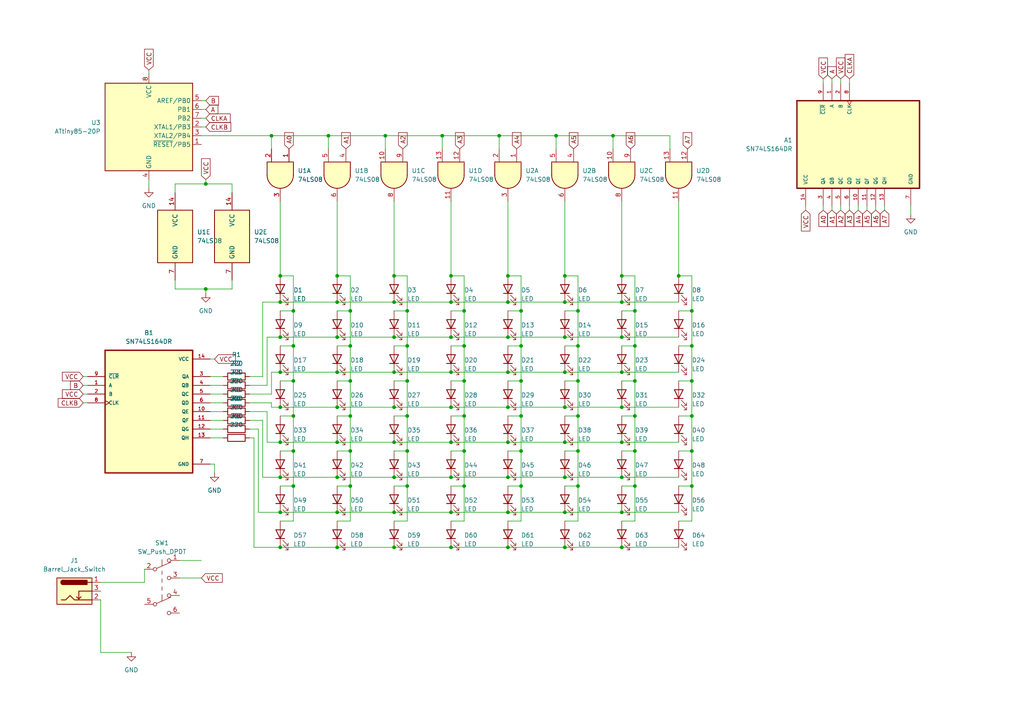
<source format=kicad_sch>
(kicad_sch (version 20230121) (generator eeschema)
  (paper "A4")
  (lib_symbols
    (symbol "74xx:74LS08" (pin_names (offset 1.016))
      (property "Reference" "U" (at 0 1.27 0))
      (property "Value" "74LS08" (at 0 -1.27 0))
      (symbol "74LS08_1_1"
        (pin input line (at -7.62 2.54 0) (length 3.81) (name "~") (number "1"))
        (pin input line (at -7.62 -2.54 0) (length 3.81) (name "~") (number "2"))
        (pin output line (at 7.62 0 180) (length 3.81) (name "~") (number "3"))
      )
      (symbol "74LS08_1_2"
        (pin input inverted (at -7.62 2.54 0) (length 4.318) (name "~") (number "1"))
        (pin input inverted (at -7.62 -2.54 0) (length 4.318) (name "~") (number "2"))
        (pin output inverted (at 7.62 0 180) (length 3.81) (name "~") (number "3"))
      )
      (symbol "74LS08_2_1"
        (pin input line (at -7.62 2.54 0) (length 3.81) (name "~") (number "4"))
        (pin input line (at -7.62 -2.54 0) (length 3.81) (name "~") (number "5"))
        (pin output line (at 7.62 0 180) (length 3.81) (name "~") (number "6"))
      )
      (symbol "74LS08_2_2"
        (pin input inverted (at -7.62 2.54 0) (length 4.318) (name "~") (number "4"))
        (pin input inverted (at -7.62 -2.54 0) (length 4.318) (name "~") (number "5"))
        (pin output inverted (at 7.62 0 180) (length 3.81) (name "~") (number "6"))
      )
      (symbol "74LS08_3_1"
        (pin input line (at -7.62 -2.54 0) (length 3.81) (name "~") (number "10"))
        (pin output line (at 7.62 0 180) (length 3.81) (name "~") (number "8"))
        (pin input line (at -7.62 2.54 0) (length 3.81) (name "~") (number "9"))
      )
      (symbol "74LS08_3_2"
        (pin input inverted (at -7.62 -2.54 0) (length 4.318) (name "~") (number "10"))
        (pin output inverted (at 7.62 0 180) (length 3.81) (name "~") (number "8"))
        (pin input inverted (at -7.62 2.54 0) (length 4.318) (name "~") (number "9"))
      )
      (symbol "74LS08_4_1"
        (pin output line (at 7.62 0 180) (length 3.81) (name "~") (number "11"))
        (pin input line (at -7.62 2.54 0) (length 3.81) (name "~") (number "12"))
        (pin input line (at -7.62 -2.54 0) (length 3.81) (name "~") (number "13"))
      )
      (symbol "74LS08_4_2"
        (pin output inverted (at 7.62 0 180) (length 3.81) (name "~") (number "11"))
        (pin input inverted (at -7.62 2.54 0) (length 4.318) (name "~") (number "12"))
        (pin input inverted (at -7.62 -2.54 0) (length 4.318) (name "~") (number "13"))
      )
      (symbol "74LS08_5_0"
        (pin power_in line (at 0 12.7 270) (length 5.08) (name "VCC") (number "14"))
        (pin power_in line (at 0 -12.7 90) (length 5.08) (name "GND") (number "7"))
      )
    )
    (symbol "Connector:Barrel_Jack_Switch" (pin_names hide)
      (property "Reference" "J" (at 0 5.334 0))
      (property "Value" "Barrel_Jack_Switch" (at 0 -5.08 0))
      (symbol "Barrel_Jack_Switch_1_1"
        (pin passive line (at 7.62 2.54 180) (length 2.54) (name "~") (number "1"))
        (pin passive line (at 7.62 -2.54 180) (length 2.54) (name "~") (number "2"))
        (pin passive line (at 7.62 0 180) (length 2.54) (name "~") (number "3"))
      )
    )
    (symbol "Device:LED" (pin_numbers hide) (pin_names (offset 1.016) hide)
      (property "Reference" "D" (at 0 2.54 0))
      (property "Value" "LED" (at 0 -2.54 0))
      (symbol "LED_1_1"
        (pin passive line (at -3.81 0 0) (length 2.54) (name "K") (number "1"))
        (pin passive line (at 3.81 0 180) (length 2.54) (name "A") (number "2"))
      )
    )
    (symbol "Device:R" (pin_numbers hide) (pin_names (offset 0))
      (property "Reference" "R" (at 2.032 0 90))
      (property "Value" "R" (at 0 0 90))
      (symbol "R_1_1"
        (pin passive line (at 0 3.81 270) (length 1.27) (name "~") (number "1"))
        (pin passive line (at 0 -3.81 90) (length 1.27) (name "~") (number "2"))
      )
    )
    (symbol "MCU_Microchip_ATtiny:ATtiny85-20P"
      (property "Reference" "U" (at -12.7 13.97 0))
      (property "Value" "ATtiny85-20P" (at 2.54 -13.97 0))
      (symbol "ATtiny85-20P_1_1"
        (pin bidirectional line (at 15.24 -5.08 180) (length 2.54) (name "~{RESET}/PB5") (number "1"))
        (pin bidirectional line (at 15.24 0 180) (length 2.54) (name "XTAL1/PB3") (number "2"))
        (pin bidirectional line (at 15.24 -2.54 180) (length 2.54) (name "XTAL2/PB4") (number "3"))
        (pin power_in line (at 0 -15.24 90) (length 2.54) (name "GND") (number "4"))
        (pin bidirectional line (at 15.24 7.62 180) (length 2.54) (name "AREF/PB0") (number "5"))
        (pin bidirectional line (at 15.24 5.08 180) (length 2.54) (name "PB1") (number "6"))
        (pin bidirectional line (at 15.24 2.54 180) (length 2.54) (name "PB2") (number "7"))
        (pin power_in line (at 0 15.24 270) (length 2.54) (name "VCC") (number "8"))
      )
    )
    (symbol "SN74LS164DR:SN74LS164DR" (pin_names (offset 1.016))
      (property "Reference" "U" (at -12.7 18.78 0))
      (property "Value" "SN74LS164DR" (at -12.7 -21.78 0))
      (symbol "SN74LS164DR_0_0"
        (pin input line (at -17.78 7.62 0) (length 5.08) (name "A") (number "1"))
        (pin output line (at 17.78 0 180) (length 5.08) (name "QE") (number "10"))
        (pin output line (at 17.78 -2.54 180) (length 5.08) (name "QF") (number "11"))
        (pin output line (at 17.78 -5.08 180) (length 5.08) (name "QG") (number "12"))
        (pin output line (at 17.78 -7.62 180) (length 5.08) (name "QH") (number "13"))
        (pin power_in line (at 17.78 15.24 180) (length 5.08) (name "VCC") (number "14"))
        (pin input line (at -17.78 5.08 0) (length 5.08) (name "B") (number "2"))
        (pin output line (at 17.78 10.16 180) (length 5.08) (name "QA") (number "3"))
        (pin output line (at 17.78 7.62 180) (length 5.08) (name "QB") (number "4"))
        (pin output line (at 17.78 5.08 180) (length 5.08) (name "QC") (number "5"))
        (pin output line (at 17.78 2.54 180) (length 5.08) (name "QD") (number "6"))
        (pin power_in line (at 17.78 -15.24 180) (length 5.08) (name "GND") (number "7"))
        (pin input clock (at -17.78 2.54 0) (length 5.08) (name "CLK") (number "8"))
        (pin input line (at -17.78 10.16 0) (length 5.08) (name "~{CLR}") (number "9"))
      )
    )
    (symbol "Switch:SW_Push_DPDT" (pin_names (offset 0) hide)
      (property "Reference" "SW" (at 0 8.89 0))
      (property "Value" "SW_Push_DPDT" (at 0 -10.16 0))
      (symbol "SW_Push_DPDT_1_1"
        (pin passive line (at 5.08 7.62 180) (length 2.54) (name "A") (number "1"))
        (pin passive line (at -5.08 5.08 0) (length 2.54) (name "B") (number "2"))
        (pin passive line (at 5.08 2.54 180) (length 2.54) (name "C") (number "3"))
        (pin passive line (at 5.08 -2.54 180) (length 2.54) (name "A") (number "4"))
        (pin passive line (at -5.08 -5.08 0) (length 2.54) (name "B") (number "5"))
        (pin passive line (at 5.08 -7.62 180) (length 2.54) (name "C") (number "6"))
      )
    )
    (symbol "power:GND" (power) (pin_names (offset 0))
      (property "Value" "GND" (at 0 -3.81 0))
      (symbol "GND_1_1"
        (pin power_in line (at 0 0 270) (length 0) hide (name "GND") (number "1"))
      )
    )
  )
  (junction (at 130.81 107.95))
  (junction (at 130.81 148.59))
  (junction (at 97.79 138.43))
  (junction (at 163.83 80.01))
  (junction (at 167.64 130.81))
  (junction (at 59.69 53.34))
  (junction (at 151.13 90.17))
  (junction (at 114.3 107.95))
  (junction (at 85.09 130.81))
  (junction (at 180.34 107.95))
  (junction (at 151.13 140.97))
  (junction (at 180.34 148.59))
  (junction (at 118.11 90.17))
  (junction (at 118.11 110.49))
  (junction (at 180.34 97.79))
  (junction (at 81.28 128.27))
  (junction (at 147.32 80.01))
  (junction (at 200.66 120.65))
  (junction (at 163.83 158.75))
  (junction (at 85.09 100.33))
  (junction (at 184.15 140.97))
  (junction (at 147.32 87.63))
  (junction (at 101.6 110.49))
  (junction (at 147.32 118.11))
  (junction (at 81.28 107.95))
  (junction (at 114.3 148.59))
  (junction (at 163.83 107.95))
  (junction (at 151.13 110.49))
  (junction (at 97.79 128.27))
  (junction (at 180.34 118.11))
  (junction (at 134.62 120.65))
  (junction (at 97.79 158.75))
  (junction (at 59.69 83.82))
  (junction (at 134.62 110.49))
  (junction (at 97.79 148.59))
  (junction (at 184.15 130.81))
  (junction (at 151.13 120.65))
  (junction (at 130.81 118.11))
  (junction (at 144.78 39.37))
  (junction (at 81.28 138.43))
  (junction (at 114.3 97.79))
  (junction (at 97.79 80.01))
  (junction (at 114.3 138.43))
  (junction (at 147.32 128.27))
  (junction (at 81.28 118.11))
  (junction (at 147.32 97.79))
  (junction (at 78.74 39.37))
  (junction (at 130.81 158.75))
  (junction (at 101.6 100.33))
  (junction (at 118.11 130.81))
  (junction (at 101.6 140.97))
  (junction (at 130.81 138.43))
  (junction (at 101.6 130.81))
  (junction (at 85.09 120.65))
  (junction (at 200.66 90.17))
  (junction (at 167.64 100.33))
  (junction (at 134.62 100.33))
  (junction (at 118.11 140.97))
  (junction (at 200.66 140.97))
  (junction (at 184.15 120.65))
  (junction (at 163.83 87.63))
  (junction (at 147.32 158.75))
  (junction (at 200.66 110.49))
  (junction (at 177.8 39.37))
  (junction (at 167.64 90.17))
  (junction (at 134.62 140.97))
  (junction (at 81.28 97.79))
  (junction (at 200.66 100.33))
  (junction (at 147.32 107.95))
  (junction (at 167.64 110.49))
  (junction (at 81.28 87.63))
  (junction (at 163.83 128.27))
  (junction (at 128.27 39.37))
  (junction (at 114.3 87.63))
  (junction (at 130.81 128.27))
  (junction (at 196.85 80.01))
  (junction (at 85.09 140.97))
  (junction (at 163.83 118.11))
  (junction (at 130.81 87.63))
  (junction (at 151.13 130.81))
  (junction (at 134.62 130.81))
  (junction (at 167.64 120.65))
  (junction (at 200.66 130.81))
  (junction (at 81.28 158.75))
  (junction (at 114.3 80.01))
  (junction (at 151.13 100.33))
  (junction (at 184.15 100.33))
  (junction (at 85.09 90.17))
  (junction (at 97.79 97.79))
  (junction (at 180.34 80.01))
  (junction (at 180.34 158.75))
  (junction (at 95.25 39.37))
  (junction (at 163.83 148.59))
  (junction (at 180.34 138.43))
  (junction (at 118.11 120.65))
  (junction (at 184.15 110.49))
  (junction (at 114.3 118.11))
  (junction (at 97.79 107.95))
  (junction (at 180.34 128.27))
  (junction (at 101.6 120.65))
  (junction (at 118.11 100.33))
  (junction (at 180.34 87.63))
  (junction (at 114.3 158.75))
  (junction (at 97.79 118.11))
  (junction (at 163.83 138.43))
  (junction (at 81.28 148.59))
  (junction (at 85.09 110.49))
  (junction (at 184.15 90.17))
  (junction (at 130.81 80.01))
  (junction (at 134.62 90.17))
  (junction (at 147.32 138.43))
  (junction (at 167.64 140.97))
  (junction (at 97.79 87.63))
  (junction (at 163.83 97.79))
  (junction (at 101.6 90.17))
  (junction (at 111.76 39.37))
  (junction (at 147.32 148.59))
  (junction (at 81.28 80.01))
  (junction (at 130.81 97.79))
  (junction (at 161.29 39.37))
  (junction (at 114.3 128.27))
  (wire (pts (xy 52.07 162.56) (xy 58.42 162.56)))
  (wire (pts (xy 180.34 148.59) (xy 196.85 148.59)))
  (wire (pts (xy 130.81 120.65) (xy 134.62 120.65)))
  (wire (pts (xy 180.34 107.95) (xy 196.85 107.95)))
  (wire (pts (xy 264.16 59.69) (xy 264.16 62.23)))
  (wire (pts (xy 130.81 107.95) (xy 147.32 107.95)))
  (wire (pts (xy 130.81 110.49) (xy 134.62 110.49)))
  (wire (pts (xy 147.32 151.13) (xy 151.13 151.13)))
  (wire (pts (xy 85.09 130.81) (xy 85.09 120.65)))
  (wire (pts (xy 163.83 138.43) (xy 180.34 138.43)))
  (wire (pts (xy 130.81 140.97) (xy 134.62 140.97)))
  (wire (pts (xy 130.81 158.75) (xy 147.32 158.75)))
  (wire (pts (xy 196.85 120.65) (xy 200.66 120.65)))
  (wire (pts (xy 180.34 151.13) (xy 184.15 151.13)))
  (wire (pts (xy 130.81 138.43) (xy 147.32 138.43)))
  (wire (pts (xy 163.83 100.33) (xy 167.64 100.33)))
  (wire (pts (xy 151.13 140.97) (xy 151.13 130.81)))
  (wire (pts (xy 251.46 59.69) (xy 251.46 60.96)))
  (wire (pts (xy 134.62 130.81) (xy 134.62 120.65)))
  (wire (pts (xy 184.15 110.49) (xy 184.15 100.33)))
  (wire (pts (xy 67.31 53.34) (xy 67.31 55.88)))
  (wire (pts (xy 196.85 58.42) (xy 196.85 80.01)))
  (wire (pts (xy 60.96 111.76) (xy 64.77 111.76)))
  (wire (pts (xy 78.74 114.3) (xy 78.74 107.95)))
  (wire (pts (xy 97.79 110.49) (xy 101.6 110.49)))
  (wire (pts (xy 114.3 90.17) (xy 118.11 90.17)))
  (wire (pts (xy 196.85 140.97) (xy 200.66 140.97)))
  (wire (pts (xy 248.92 59.69) (xy 248.92 60.96)))
  (wire (pts (xy 184.15 120.65) (xy 184.15 110.49)))
  (wire (pts (xy 130.81 87.63) (xy 147.32 87.63)))
  (wire (pts (xy 97.79 87.63) (xy 114.3 87.63)))
  (wire (pts (xy 147.32 128.27) (xy 163.83 128.27)))
  (wire (pts (xy 67.31 83.82) (xy 67.31 81.28)))
  (wire (pts (xy 81.28 118.11) (xy 97.79 118.11)))
  (wire (pts (xy 97.79 90.17) (xy 101.6 90.17)))
  (wire (pts (xy 97.79 148.59) (xy 114.3 148.59)))
  (wire (pts (xy 97.79 97.79) (xy 114.3 97.79)))
  (wire (pts (xy 147.32 158.75) (xy 163.83 158.75)))
  (wire (pts (xy 180.34 97.79) (xy 196.85 97.79)))
  (wire (pts (xy 147.32 58.42) (xy 147.32 80.01)))
  (wire (pts (xy 134.62 100.33) (xy 134.62 90.17)))
  (wire (pts (xy 78.74 107.95) (xy 81.28 107.95)))
  (wire (pts (xy 114.3 118.11) (xy 130.81 118.11)))
  (wire (pts (xy 167.64 100.33) (xy 167.64 90.17)))
  (wire (pts (xy 76.2 87.63) (xy 81.28 87.63)))
  (wire (pts (xy 72.39 124.46) (xy 74.93 124.46)))
  (wire (pts (xy 50.8 83.82) (xy 59.69 83.82)))
  (wire (pts (xy 134.62 90.17) (xy 134.62 80.01)))
  (wire (pts (xy 180.34 87.63) (xy 196.85 87.63)))
  (wire (pts (xy 118.11 151.13) (xy 118.11 140.97)))
  (wire (pts (xy 200.66 100.33) (xy 200.66 90.17)))
  (wire (pts (xy 130.81 97.79) (xy 147.32 97.79)))
  (wire (pts (xy 58.42 29.21) (xy 59.69 29.21)))
  (wire (pts (xy 200.66 130.81) (xy 200.66 120.65)))
  (wire (pts (xy 114.3 151.13) (xy 118.11 151.13)))
  (wire (pts (xy 167.64 80.01) (xy 163.83 80.01)))
  (wire (pts (xy 163.83 107.95) (xy 180.34 107.95)))
  (wire (pts (xy 147.32 90.17) (xy 151.13 90.17)))
  (wire (pts (xy 114.3 100.33) (xy 118.11 100.33)))
  (wire (pts (xy 167.64 151.13) (xy 167.64 140.97)))
  (wire (pts (xy 72.39 114.3) (xy 78.74 114.3)))
  (wire (pts (xy 24.13 114.3) (xy 25.4 114.3)))
  (wire (pts (xy 72.39 116.84) (xy 78.74 116.84)))
  (wire (pts (xy 118.11 100.33) (xy 118.11 90.17)))
  (wire (pts (xy 167.64 140.97) (xy 167.64 130.81)))
  (wire (pts (xy 196.85 100.33) (xy 200.66 100.33)))
  (wire (pts (xy 196.85 130.81) (xy 200.66 130.81)))
  (wire (pts (xy 59.69 53.34) (xy 67.31 53.34)))
  (wire (pts (xy 81.28 140.97) (xy 85.09 140.97)))
  (wire (pts (xy 101.6 140.97) (xy 101.6 151.13)))
  (wire (pts (xy 200.66 80.01) (xy 196.85 80.01)))
  (wire (pts (xy 144.78 39.37) (xy 161.29 39.37)))
  (wire (pts (xy 85.09 80.01) (xy 81.28 80.01)))
  (wire (pts (xy 58.42 31.75) (xy 59.69 31.75)))
  (wire (pts (xy 163.83 158.75) (xy 180.34 158.75)))
  (wire (pts (xy 85.09 90.17) (xy 85.09 80.01)))
  (wire (pts (xy 29.21 168.91) (xy 41.91 168.91)))
  (wire (pts (xy 180.34 158.75) (xy 196.85 158.75)))
  (wire (pts (xy 184.15 140.97) (xy 184.15 130.81)))
  (wire (pts (xy 60.96 119.38) (xy 64.77 119.38)))
  (wire (pts (xy 77.47 119.38) (xy 77.47 128.27)))
  (wire (pts (xy 184.15 130.81) (xy 184.15 120.65)))
  (wire (pts (xy 200.66 90.17) (xy 200.66 80.01)))
  (wire (pts (xy 147.32 87.63) (xy 163.83 87.63)))
  (wire (pts (xy 81.28 58.42) (xy 81.28 80.01)))
  (wire (pts (xy 97.79 118.11) (xy 114.3 118.11)))
  (wire (pts (xy 180.34 90.17) (xy 184.15 90.17)))
  (wire (pts (xy 118.11 140.97) (xy 118.11 130.81)))
  (wire (pts (xy 58.42 34.29) (xy 59.69 34.29)))
  (wire (pts (xy 163.83 128.27) (xy 180.34 128.27)))
  (wire (pts (xy 200.66 140.97) (xy 200.66 130.81)))
  (wire (pts (xy 72.39 119.38) (xy 77.47 119.38)))
  (wire (pts (xy 163.83 110.49) (xy 167.64 110.49)))
  (wire (pts (xy 161.29 39.37) (xy 177.8 39.37)))
  (wire (pts (xy 163.83 148.59) (xy 180.34 148.59)))
  (wire (pts (xy 114.3 128.27) (xy 130.81 128.27)))
  (wire (pts (xy 101.6 130.81) (xy 101.6 140.97)))
  (wire (pts (xy 52.07 167.64) (xy 58.42 167.64)))
  (wire (pts (xy 177.8 39.37) (xy 177.8 43.18)))
  (wire (pts (xy 147.32 120.65) (xy 151.13 120.65)))
  (wire (pts (xy 180.34 130.81) (xy 184.15 130.81)))
  (wire (pts (xy 200.66 120.65) (xy 200.66 110.49)))
  (wire (pts (xy 147.32 130.81) (xy 151.13 130.81)))
  (wire (pts (xy 29.21 173.99) (xy 29.21 189.23)))
  (wire (pts (xy 167.64 110.49) (xy 167.64 100.33)))
  (wire (pts (xy 128.27 39.37) (xy 128.27 43.18)))
  (wire (pts (xy 163.83 120.65) (xy 167.64 120.65)))
  (wire (pts (xy 95.25 39.37) (xy 95.25 43.18)))
  (wire (pts (xy 180.34 118.11) (xy 196.85 118.11)))
  (wire (pts (xy 238.76 59.69) (xy 238.76 60.96)))
  (wire (pts (xy 111.76 39.37) (xy 111.76 43.18)))
  (wire (pts (xy 81.28 100.33) (xy 85.09 100.33)))
  (wire (pts (xy 196.85 90.17) (xy 200.66 90.17)))
  (wire (pts (xy 50.8 55.88) (xy 50.8 53.34)))
  (wire (pts (xy 73.66 127) (xy 73.66 158.75)))
  (wire (pts (xy 81.28 97.79) (xy 97.79 97.79)))
  (wire (pts (xy 60.96 124.46) (xy 64.77 124.46)))
  (wire (pts (xy 62.23 134.62) (xy 62.23 137.16)))
  (wire (pts (xy 118.11 120.65) (xy 118.11 110.49)))
  (wire (pts (xy 130.81 100.33) (xy 134.62 100.33)))
  (wire (pts (xy 151.13 90.17) (xy 151.13 80.01)))
  (wire (pts (xy 50.8 81.28) (xy 50.8 83.82)))
  (wire (pts (xy 85.09 110.49) (xy 85.09 100.33)))
  (wire (pts (xy 78.74 39.37) (xy 78.74 43.18)))
  (wire (pts (xy 256.54 59.69) (xy 256.54 60.96)))
  (wire (pts (xy 184.15 80.01) (xy 180.34 80.01)))
  (wire (pts (xy 151.13 120.65) (xy 151.13 110.49)))
  (wire (pts (xy 81.28 87.63) (xy 97.79 87.63)))
  (wire (pts (xy 81.28 158.75) (xy 97.79 158.75)))
  (wire (pts (xy 118.11 90.17) (xy 118.11 80.01)))
  (wire (pts (xy 180.34 110.49) (xy 184.15 110.49)))
  (wire (pts (xy 60.96 116.84) (xy 64.77 116.84)))
  (wire (pts (xy 97.79 128.27) (xy 114.3 128.27)))
  (wire (pts (xy 114.3 130.81) (xy 118.11 130.81)))
  (wire (pts (xy 134.62 140.97) (xy 134.62 130.81)))
  (wire (pts (xy 134.62 120.65) (xy 134.62 110.49)))
  (wire (pts (xy 41.91 168.91) (xy 41.91 165.1)))
  (wire (pts (xy 130.81 130.81) (xy 134.62 130.81)))
  (wire (pts (xy 72.39 121.92) (xy 76.2 121.92)))
  (wire (pts (xy 114.3 97.79) (xy 130.81 97.79)))
  (wire (pts (xy 50.8 53.34) (xy 59.69 53.34)))
  (wire (pts (xy 163.83 118.11) (xy 180.34 118.11)))
  (wire (pts (xy 180.34 138.43) (xy 196.85 138.43)))
  (wire (pts (xy 163.83 97.79) (xy 180.34 97.79)))
  (wire (pts (xy 78.74 116.84) (xy 78.74 118.11)))
  (wire (pts (xy 85.09 151.13) (xy 85.09 140.97)))
  (wire (pts (xy 81.28 130.81) (xy 85.09 130.81)))
  (wire (pts (xy 241.3 22.86) (xy 241.3 24.13)))
  (wire (pts (xy 43.18 52.07) (xy 43.18 54.61)))
  (wire (pts (xy 72.39 127) (xy 73.66 127)))
  (wire (pts (xy 81.28 107.95) (xy 97.79 107.95)))
  (wire (pts (xy 101.6 120.65) (xy 101.6 110.49)))
  (wire (pts (xy 85.09 120.65) (xy 85.09 110.49)))
  (wire (pts (xy 97.79 151.13) (xy 101.6 151.13)))
  (wire (pts (xy 59.69 83.82) (xy 67.31 83.82)))
  (wire (pts (xy 60.96 127) (xy 64.77 127)))
  (wire (pts (xy 101.6 90.17) (xy 101.6 80.01)))
  (wire (pts (xy 97.79 100.33) (xy 101.6 100.33)))
  (wire (pts (xy 167.64 130.81) (xy 167.64 120.65)))
  (wire (pts (xy 59.69 83.82) (xy 59.69 85.09)))
  (wire (pts (xy 180.34 128.27) (xy 196.85 128.27)))
  (wire (pts (xy 85.09 140.97) (xy 85.09 130.81)))
  (wire (pts (xy 81.28 120.65) (xy 85.09 120.65)))
  (wire (pts (xy 24.13 116.84) (xy 25.4 116.84)))
  (wire (pts (xy 167.64 120.65) (xy 167.64 110.49)))
  (wire (pts (xy 246.38 59.69) (xy 246.38 60.96)))
  (wire (pts (xy 111.76 39.37) (xy 128.27 39.37)))
  (wire (pts (xy 77.47 111.76) (xy 77.47 97.79)))
  (wire (pts (xy 81.28 128.27) (xy 97.79 128.27)))
  (wire (pts (xy 76.2 121.92) (xy 76.2 138.43)))
  (wire (pts (xy 58.42 39.37) (xy 78.74 39.37)))
  (wire (pts (xy 163.83 151.13) (xy 167.64 151.13)))
  (wire (pts (xy 81.28 148.59) (xy 97.79 148.59)))
  (wire (pts (xy 101.6 80.01) (xy 97.79 80.01)))
  (wire (pts (xy 128.27 39.37) (xy 144.78 39.37)))
  (wire (pts (xy 180.34 100.33) (xy 184.15 100.33)))
  (wire (pts (xy 62.23 134.62) (xy 60.96 134.62)))
  (wire (pts (xy 101.6 120.65) (xy 101.6 130.81)))
  (wire (pts (xy 97.79 58.42) (xy 97.79 80.01)))
  (wire (pts (xy 60.96 114.3) (xy 64.77 114.3)))
  (wire (pts (xy 29.21 189.23) (xy 38.1 189.23)))
  (wire (pts (xy 196.85 110.49) (xy 200.66 110.49)))
  (wire (pts (xy 147.32 148.59) (xy 163.83 148.59)))
  (wire (pts (xy 81.28 138.43) (xy 97.79 138.43)))
  (wire (pts (xy 101.6 110.49) (xy 101.6 100.33)))
  (wire (pts (xy 147.32 107.95) (xy 163.83 107.95)))
  (wire (pts (xy 118.11 110.49) (xy 118.11 100.33)))
  (wire (pts (xy 184.15 151.13) (xy 184.15 140.97)))
  (wire (pts (xy 147.32 138.43) (xy 163.83 138.43)))
  (wire (pts (xy 134.62 80.01) (xy 130.81 80.01)))
  (wire (pts (xy 81.28 110.49) (xy 85.09 110.49)))
  (wire (pts (xy 81.28 151.13) (xy 85.09 151.13)))
  (wire (pts (xy 101.6 100.33) (xy 101.6 90.17)))
  (wire (pts (xy 238.76 22.86) (xy 238.76 24.13)))
  (wire (pts (xy 24.13 111.76) (xy 25.4 111.76)))
  (wire (pts (xy 243.84 59.69) (xy 243.84 60.96)))
  (wire (pts (xy 254 59.69) (xy 254 60.96)))
  (wire (pts (xy 118.11 80.01) (xy 114.3 80.01)))
  (wire (pts (xy 114.3 87.63) (xy 130.81 87.63)))
  (wire (pts (xy 114.3 140.97) (xy 118.11 140.97)))
  (wire (pts (xy 97.79 107.95) (xy 114.3 107.95)))
  (wire (pts (xy 81.28 90.17) (xy 85.09 90.17)))
  (wire (pts (xy 161.29 39.37) (xy 161.29 43.18)))
  (wire (pts (xy 76.2 138.43) (xy 81.28 138.43)))
  (wire (pts (xy 243.84 22.86) (xy 243.84 24.13)))
  (wire (pts (xy 60.96 121.92) (xy 64.77 121.92)))
  (wire (pts (xy 194.31 39.37) (xy 194.31 43.18)))
  (wire (pts (xy 144.78 39.37) (xy 144.78 43.18)))
  (wire (pts (xy 130.81 128.27) (xy 147.32 128.27)))
  (wire (pts (xy 114.3 107.95) (xy 130.81 107.95)))
  (wire (pts (xy 147.32 140.97) (xy 151.13 140.97)))
  (wire (pts (xy 130.81 118.11) (xy 147.32 118.11)))
  (wire (pts (xy 180.34 120.65) (xy 184.15 120.65)))
  (wire (pts (xy 85.09 100.33) (xy 85.09 90.17)))
  (wire (pts (xy 163.83 58.42) (xy 163.83 80.01)))
  (wire (pts (xy 151.13 130.81) (xy 151.13 120.65)))
  (wire (pts (xy 114.3 138.43) (xy 130.81 138.43)))
  (wire (pts (xy 118.11 130.81) (xy 118.11 120.65)))
  (wire (pts (xy 114.3 158.75) (xy 130.81 158.75)))
  (wire (pts (xy 177.8 39.37) (xy 194.31 39.37)))
  (wire (pts (xy 130.81 90.17) (xy 134.62 90.17)))
  (wire (pts (xy 246.38 22.86) (xy 246.38 24.13)))
  (wire (pts (xy 167.64 90.17) (xy 167.64 80.01)))
  (wire (pts (xy 97.79 140.97) (xy 101.6 140.97)))
  (wire (pts (xy 163.83 87.63) (xy 180.34 87.63)))
  (wire (pts (xy 147.32 110.49) (xy 151.13 110.49)))
  (wire (pts (xy 147.32 118.11) (xy 163.83 118.11)))
  (wire (pts (xy 200.66 151.13) (xy 200.66 140.97)))
  (wire (pts (xy 147.32 100.33) (xy 151.13 100.33)))
  (wire (pts (xy 74.93 124.46) (xy 74.93 148.59)))
  (wire (pts (xy 163.83 130.81) (xy 167.64 130.81)))
  (wire (pts (xy 78.74 118.11) (xy 81.28 118.11)))
  (wire (pts (xy 62.23 104.14) (xy 60.96 104.14)))
  (wire (pts (xy 114.3 148.59) (xy 130.81 148.59)))
  (wire (pts (xy 200.66 110.49) (xy 200.66 100.33)))
  (wire (pts (xy 114.3 58.42) (xy 114.3 80.01)))
  (wire (pts (xy 151.13 80.01) (xy 147.32 80.01)))
  (wire (pts (xy 114.3 110.49) (xy 118.11 110.49)))
  (wire (pts (xy 163.83 90.17) (xy 167.64 90.17)))
  (wire (pts (xy 196.85 151.13) (xy 200.66 151.13)))
  (wire (pts (xy 59.69 52.07) (xy 59.69 53.34)))
  (wire (pts (xy 97.79 158.75) (xy 114.3 158.75)))
  (wire (pts (xy 163.83 140.97) (xy 167.64 140.97)))
  (wire (pts (xy 241.3 59.69) (xy 241.3 60.96)))
  (wire (pts (xy 233.68 60.96) (xy 233.68 59.69)))
  (wire (pts (xy 97.79 130.81) (xy 101.6 130.81)))
  (wire (pts (xy 78.74 39.37) (xy 95.25 39.37)))
  (wire (pts (xy 134.62 151.13) (xy 134.62 140.97)))
  (wire (pts (xy 72.39 111.76) (xy 77.47 111.76)))
  (wire (pts (xy 76.2 109.22) (xy 76.2 87.63)))
  (wire (pts (xy 151.13 151.13) (xy 151.13 140.97)))
  (wire (pts (xy 60.96 109.22) (xy 64.77 109.22)))
  (wire (pts (xy 43.18 20.32) (xy 43.18 21.59)))
  (wire (pts (xy 73.66 158.75) (xy 81.28 158.75)))
  (wire (pts (xy 130.81 58.42) (xy 130.81 80.01)))
  (wire (pts (xy 24.13 109.22) (xy 25.4 109.22)))
  (wire (pts (xy 130.81 148.59) (xy 147.32 148.59)))
  (wire (pts (xy 95.25 39.37) (xy 111.76 39.37)))
  (wire (pts (xy 184.15 90.17) (xy 184.15 80.01)))
  (wire (pts (xy 97.79 138.43) (xy 114.3 138.43)))
  (wire (pts (xy 114.3 120.65) (xy 118.11 120.65)))
  (wire (pts (xy 184.15 100.33) (xy 184.15 90.17)))
  (wire (pts (xy 58.42 36.83) (xy 59.69 36.83)))
  (wire (pts (xy 134.62 110.49) (xy 134.62 100.33)))
  (wire (pts (xy 130.81 151.13) (xy 134.62 151.13)))
  (wire (pts (xy 77.47 97.79) (xy 81.28 97.79)))
  (wire (pts (xy 74.93 148.59) (xy 81.28 148.59)))
  (wire (pts (xy 147.32 97.79) (xy 163.83 97.79)))
  (wire (pts (xy 151.13 100.33) (xy 151.13 90.17)))
  (wire (pts (xy 77.47 128.27) (xy 81.28 128.27)))
  (wire (pts (xy 151.13 110.49) (xy 151.13 100.33)))
  (wire (pts (xy 72.39 109.22) (xy 76.2 109.22)))
  (wire (pts (xy 97.79 120.65) (xy 101.6 120.65)))
  (wire (pts (xy 180.34 140.97) (xy 184.15 140.97)))
  (wire (pts (xy 180.34 58.42) (xy 180.34 80.01)))
  (global_label "A7" (shape input) (at 199.39 43.18 90) (property "Intersheetrefs" "${INTERSHEET_REFS}" (effects hide)))
  (global_label "B" (shape input) (at 24.13 111.76 180) (property "Intersheetrefs" "${INTERSHEET_REFS}" (effects hide)))
  (global_label "VCC" (shape input) (at 62.23 104.14 0) (property "Intersheetrefs" "${INTERSHEET_REFS}" (effects hide)))
  (global_label "A5" (shape input) (at 251.46 60.96 270) (property "Intersheetrefs" "${INTERSHEET_REFS}" (effects hide)))
  (global_label "VCC" (shape input) (at 24.13 114.3 180) (property "Intersheetrefs" "${INTERSHEET_REFS}" (effects hide)))
  (global_label "VCC" (shape input) (at 233.68 60.96 270) (property "Intersheetrefs" "${INTERSHEET_REFS}" (effects hide)))
  (global_label "VCC" (shape input) (at 238.76 22.86 90) (property "Intersheetrefs" "${INTERSHEET_REFS}" (effects hide)))
  (global_label "CLKA" (shape input) (at 246.38 22.86 90) (property "Intersheetrefs" "${INTERSHEET_REFS}" (effects hide)))
  (global_label "A" (shape input) (at 59.69 31.75 0) (property "Intersheetrefs" "${INTERSHEET_REFS}" (effects hide)))
  (global_label "A2" (shape input) (at 116.84 43.18 90) (property "Intersheetrefs" "${INTERSHEET_REFS}" (effects hide)))
  (global_label "CLKA" (shape input) (at 59.69 34.29 0) (property "Intersheetrefs" "${INTERSHEET_REFS}" (effects hide)))
  (global_label "A4" (shape input) (at 248.92 60.96 270) (property "Intersheetrefs" "${INTERSHEET_REFS}" (effects hide)))
  (global_label "CLKB" (shape input) (at 24.13 116.84 180) (property "Intersheetrefs" "${INTERSHEET_REFS}" (effects hide)))
  (global_label "VCC" (shape input) (at 43.18 20.32 90) (property "Intersheetrefs" "${INTERSHEET_REFS}" (effects hide)))
  (global_label "A2" (shape input) (at 243.84 60.96 270) (property "Intersheetrefs" "${INTERSHEET_REFS}" (effects hide)))
  (global_label "A3" (shape input) (at 133.35 43.18 90) (property "Intersheetrefs" "${INTERSHEET_REFS}" (effects hide)))
  (global_label "A4" (shape input) (at 149.86 43.18 90) (property "Intersheetrefs" "${INTERSHEET_REFS}" (effects hide)))
  (global_label "VCC" (shape input) (at 24.13 109.22 180) (property "Intersheetrefs" "${INTERSHEET_REFS}" (effects hide)))
  (global_label "VCC" (shape input) (at 58.42 167.64 0) (property "Intersheetrefs" "${INTERSHEET_REFS}" (effects hide)))
  (global_label "A5" (shape input) (at 166.37 43.18 90) (property "Intersheetrefs" "${INTERSHEET_REFS}" (effects hide)))
  (global_label "CLKB" (shape input) (at 59.69 36.83 0) (property "Intersheetrefs" "${INTERSHEET_REFS}" (effects hide)))
  (global_label "A6" (shape input) (at 254 60.96 270) (property "Intersheetrefs" "${INTERSHEET_REFS}" (effects hide)))
  (global_label "A6" (shape input) (at 182.88 43.18 90) (property "Intersheetrefs" "${INTERSHEET_REFS}" (effects hide)))
  (global_label "VCC" (shape input) (at 59.69 52.07 90) (property "Intersheetrefs" "${INTERSHEET_REFS}" (effects hide)))
  (global_label "A3" (shape input) (at 246.38 60.96 270) (property "Intersheetrefs" "${INTERSHEET_REFS}" (effects hide)))
  (global_label "A0" (shape input) (at 83.82 43.18 90) (property "Intersheetrefs" "${INTERSHEET_REFS}" (effects hide)))
  (global_label "A0" (shape input) (at 238.76 60.96 270) (property "Intersheetrefs" "${INTERSHEET_REFS}" (effects hide)))
  (global_label "A1" (shape input) (at 100.33 43.18 90) (property "Intersheetrefs" "${INTERSHEET_REFS}" (effects hide)))
  (global_label "VCC" (shape input) (at 243.84 22.86 90) (property "Intersheetrefs" "${INTERSHEET_REFS}" (effects hide)))
  (global_label "A7" (shape input) (at 256.54 60.96 270) (property "Intersheetrefs" "${INTERSHEET_REFS}" (effects hide)))
  (global_label "B" (shape input) (at 59.69 29.21 0) (property "Intersheetrefs" "${INTERSHEET_REFS}" (effects hide)))
  (global_label "A1" (shape input) (at 241.3 60.96 270) (property "Intersheetrefs" "${INTERSHEET_REFS}" (effects hide)))
  (global_label "A" (shape input) (at 241.3 22.86 90) (property "Intersheetrefs" "${INTERSHEET_REFS}" (effects hide)))
  (symbol (lib_id "Device:LED") (at 130.81 93.98 90) (unit 1)
    (property "Reference" "D12" (at 134.62 94.2975 90) (effects (justify right)))
    (property "Value" "LED" (at 134.62 96.8375 90) (effects (justify right)))
    (property "Footprint" "LED_SMD:LED_0805_2012Metric" (effects hide))
  )
  (symbol (lib_id "74xx:74LS08") (at 67.31 68.58 0) (unit 5)
    (property "Reference" "U2" (at 73.66 67.31 0) (effects (justify left)))
    (property "Value" "74LS08" (at 73.66 69.85 0) (effects (justify left)))
    (property "Datasheet" "http://www.ti.com/lit/gpn/sn74LS08" (effects hide))
  )
  (symbol (lib_id "Device:LED") (at 163.83 104.14 90) (unit 1)
    (property "Reference" "D22" (at 167.64 104.4575 90) (effects (justify right)))
    (property "Value" "LED" (at 167.64 106.9975 90) (effects (justify right)))
    (property "Footprint" "LED_SMD:LED_0805_2012Metric" (effects hide))
  )
  (symbol (lib_id "Device:LED") (at 114.3 154.94 90) (unit 1)
    (property "Reference" "D59" (at 118.11 155.2575 90) (effects (justify right)))
    (property "Value" "LED" (at 118.11 157.7975 90) (effects (justify right)))
    (property "Footprint" "LED_SMD:LED_0805_2012Metric" (effects hide))
  )
  (symbol (lib_id "74xx:74LS08") (at 81.28 50.8 270) (unit 1)
    (property "Reference" "U1" (at 86.36 49.5217 90) (effects (justify left)))
    (property "Value" "74LS08" (at 86.36 52.0617 90) (effects (justify left)))
    (property "Footprint" "SN74LS164DR:SOIC127P600X175-14N" (effects hide))
    (property "Datasheet" "http://www.ti.com/lit/gpn/sn74LS08" (effects hide))
  )
  (symbol (lib_id "Device:LED") (at 130.81 144.78 90) (unit 1)
    (property "Reference" "D52" (at 134.62 145.0975 90) (effects (justify right)))
    (property "Value" "LED" (at 134.62 147.6375 90) (effects (justify right)))
    (property "Footprint" "LED_SMD:LED_0805_2012Metric" (effects hide))
  )
  (symbol (lib_id "Device:LED") (at 147.32 124.46 90) (unit 1)
    (property "Reference" "D37" (at 151.13 124.7775 90) (effects (justify right)))
    (property "Value" "LED" (at 151.13 127.3175 90) (effects (justify right)))
    (property "Footprint" "LED_SMD:LED_0805_2012Metric" (effects hide))
  )
  (symbol (lib_id "74xx:74LS08") (at 163.83 50.8 270) (unit 2)
    (property "Reference" "U2" (at 168.91 49.5217 90) (effects (justify left)))
    (property "Value" "74LS08" (at 168.91 52.0617 90) (effects (justify left)))
    (property "Footprint" "SN74LS164DR:SOIC127P600X175-14N" (effects hide))
    (property "Datasheet" "http://www.ti.com/lit/gpn/sn74LS08" (effects hide))
  )
  (symbol (lib_id "Device:LED") (at 180.34 154.94 90) (unit 1)
    (property "Reference" "D63" (at 184.15 155.2575 90) (effects (justify right)))
    (property "Value" "LED" (at 184.15 157.7975 90) (effects (justify right)))
    (property "Footprint" "LED_SMD:LED_0805_2012Metric" (effects hide))
  )
  (symbol (lib_id "Device:LED") (at 130.81 154.94 90) (unit 1)
    (property "Reference" "D60" (at 134.62 155.2575 90) (effects (justify right)))
    (property "Value" "LED" (at 134.62 157.7975 90) (effects (justify right)))
    (property "Footprint" "LED_SMD:LED_0805_2012Metric" (effects hide))
  )
  (symbol (lib_id "Device:LED") (at 97.79 83.82 90) (unit 1)
    (property "Reference" "D2" (at 101.6 84.1375 90) (effects (justify right)))
    (property "Value" "LED" (at 101.6 86.6775 90) (effects (justify right)))
    (property "Footprint" "LED_SMD:LED_0805_2012Metric" (effects hide))
  )
  (symbol (lib_id "Device:R") (at 68.58 127 90) (unit 1)
    (property "Reference" "R8" (at 68.58 120.65 90))
    (property "Value" "220" (at 68.58 123.19 90))
    (property "Footprint" "Resistor_SMD:R_0805_2012Metric" (effects hide))
  )
  (symbol (lib_id "Device:LED") (at 97.79 104.14 90) (unit 1)
    (property "Reference" "D18" (at 101.6 104.4575 90) (effects (justify right)))
    (property "Value" "LED" (at 101.6 106.9975 90) (effects (justify right)))
    (property "Footprint" "LED_SMD:LED_0805_2012Metric" (effects hide))
  )
  (symbol (lib_id "74xx:74LS08") (at 97.79 50.8 270) (unit 2)
    (property "Reference" "U1" (at 102.87 49.5217 90) (effects (justify left)))
    (property "Value" "74LS08" (at 102.87 52.0617 90) (effects (justify left)))
    (property "Footprint" "SN74LS164DR:SOIC127P600X175-14N" (effects hide))
    (property "Datasheet" "http://www.ti.com/lit/gpn/sn74LS08" (effects hide))
  )
  (symbol (lib_id "Device:LED") (at 147.32 144.78 90) (unit 1)
    (property "Reference" "D53" (at 151.13 145.0975 90) (effects (justify right)))
    (property "Value" "LED" (at 151.13 147.6375 90) (effects (justify right)))
    (property "Footprint" "LED_SMD:LED_0805_2012Metric" (effects hide))
  )
  (symbol (lib_id "Device:LED") (at 196.85 114.3 90) (unit 1)
    (property "Reference" "D32" (at 200.66 114.6175 90) (effects (justify right)))
    (property "Value" "LED" (at 200.66 117.1575 90) (effects (justify right)))
    (property "Footprint" "LED_SMD:LED_0805_2012Metric" (effects hide))
  )
  (symbol (lib_id "74xx:74LS08") (at 196.85 50.8 270) (unit 4)
    (property "Reference" "U2" (at 201.93 49.5217 90) (effects (justify left)))
    (property "Value" "74LS08" (at 201.93 52.0617 90) (effects (justify left)))
    (property "Footprint" "SN74LS164DR:SOIC127P600X175-14N" (effects hide))
    (property "Datasheet" "http://www.ti.com/lit/gpn/sn74LS08" (effects hide))
  )
  (symbol (lib_id "Device:LED") (at 130.81 83.82 90) (unit 1)
    (property "Reference" "D4" (at 134.62 84.1375 90) (effects (justify right)))
    (property "Value" "LED" (at 134.62 86.6775 90) (effects (justify right)))
    (property "Footprint" "LED_SMD:LED_0805_2012Metric" (effects hide))
  )
  (symbol (lib_id "Device:LED") (at 130.81 114.3 90) (unit 1)
    (property "Reference" "D28" (at 134.62 114.6175 90) (effects (justify right)))
    (property "Value" "LED" (at 134.62 117.1575 90) (effects (justify right)))
    (property "Footprint" "LED_SMD:LED_0805_2012Metric" (effects hide))
  )
  (symbol (lib_id "Device:LED") (at 81.28 154.94 90) (unit 1)
    (property "Reference" "D57" (at 85.09 155.2575 90) (effects (justify right)))
    (property "Value" "LED" (at 85.09 157.7975 90) (effects (justify right)))
    (property "Footprint" "LED_SMD:LED_0805_2012Metric" (effects hide))
  )
  (symbol (lib_id "MCU_Microchip_ATtiny:ATtiny85-20P") (at 43.18 36.83 0) (unit 1)
    (property "Reference" "U3" (at 29.21 35.56 0) (effects (justify right)))
    (property "Value" "ATtiny85-20P" (at 29.21 38.1 0) (effects (justify right)))
    (property "Footprint" "Package_DIP:DIP-8_W7.62mm" (effects hide))
    (property "Datasheet" "http://ww1.microchip.com/downloads/en/DeviceDoc/atmel-2586-avr-8-bit-microcontroller-attiny25-attiny45-attiny85_datasheet.pdf" (effects hide))
  )
  (symbol (lib_id "Device:LED") (at 97.79 134.62 90) (unit 1)
    (property "Reference" "D42" (at 101.6 134.9375 90) (effects (justify right)))
    (property "Value" "LED" (at 101.6 137.4775 90) (effects (justify right)))
    (property "Footprint" "LED_SMD:LED_0805_2012Metric" (effects hide))
  )
  (symbol (lib_id "Switch:SW_Push_DPDT") (at 46.99 170.18 0) (unit 1)
    (property "Reference" "SW1" (at 46.99 157.48 0))
    (property "Value" "SW_Push_DPDT" (at 46.99 160.02 0))
    (property "Footprint" "Push_6pin:push_cu_6_pini" (effects hide))
  )
  (symbol (lib_id "Device:LED") (at 147.32 114.3 90) (unit 1)
    (property "Reference" "D29" (at 151.13 114.6175 90) (effects (justify right)))
    (property "Value" "LED" (at 151.13 117.1575 90) (effects (justify right)))
    (property "Footprint" "LED_SMD:LED_0805_2012Metric" (effects hide))
  )
  (symbol (lib_id "Device:LED") (at 114.3 93.98 90) (unit 1)
    (property "Reference" "D11" (at 118.11 94.2975 90) (effects (justify right)))
    (property "Value" "LED" (at 118.11 96.8375 90) (effects (justify right)))
    (property "Footprint" "LED_SMD:LED_0805_2012Metric" (effects hide))
  )
  (symbol (lib_id "Device:LED") (at 180.34 83.82 90) (unit 1)
    (property "Reference" "D7" (at 184.15 84.1375 90) (effects (justify right)))
    (property "Value" "LED" (at 184.15 86.6775 90) (effects (justify right)))
    (property "Footprint" "LED_SMD:LED_0805_2012Metric" (effects hide))
  )
  (symbol (lib_id "Device:LED") (at 114.3 134.62 90) (unit 1)
    (property "Reference" "D43" (at 118.11 134.9375 90) (effects (justify right)))
    (property "Value" "LED" (at 118.11 137.4775 90) (effects (justify right)))
    (property "Footprint" "LED_SMD:LED_0805_2012Metric" (effects hide))
  )
  (symbol (lib_id "Device:LED") (at 114.3 104.14 90) (unit 1)
    (property "Reference" "D19" (at 118.11 104.4575 90) (effects (justify right)))
    (property "Value" "LED" (at 118.11 106.9975 90) (effects (justify right)))
    (property "Footprint" "LED_SMD:LED_0805_2012Metric" (effects hide))
  )
  (symbol (lib_id "Device:LED") (at 163.83 124.46 90) (unit 1)
    (property "Reference" "D38" (at 167.64 124.7775 90) (effects (justify right)))
    (property "Value" "LED" (at 167.64 127.3175 90) (effects (justify right)))
    (property "Footprint" "LED_SMD:LED_0805_2012Metric" (effects hide))
  )
  (symbol (lib_id "Device:LED") (at 130.81 104.14 90) (unit 1)
    (property "Reference" "D20" (at 134.62 104.4575 90) (effects (justify right)))
    (property "Value" "LED" (at 134.62 106.9975 90) (effects (justify right)))
    (property "Footprint" "LED_SMD:LED_0805_2012Metric" (effects hide))
  )
  (symbol (lib_id "SN74LS164DR:SN74LS164DR") (at 248.92 41.91 90) (mirror x) (unit 1)
    (property "Reference" "A1" (at 229.87 40.64 90) (effects (justify left)))
    (property "Value" "SN74LS164DR" (at 229.87 43.18 90) (effects (justify left)))
    (property "Footprint" "SN74LS164DR:SOIC127P600X175-14N" (effects hide))
    (property "MF" "Texas Instruments" (effects hide))
    (property "Description" "\nSerial-in shift registers\n" (effects hide))
    (property "Package" "SOIC-14 Texas Instruments" (effects hide))
    (property "Price" "None" (effects hide))
    (property "SnapEDA_Link" "https://www.snapeda.com/parts/SN74LS164DR/Texas+Instruments/view-part/?ref=snap" (effects hide))
    (property "MP" "SN74LS164DR" (effects hide))
    (property "Purchase-URL" "https://www.snapeda.com/api/url_track_click_mouser/?unipart_id=494537&manufacturer=Texas Instruments&part_name=SN74LS164DR&search_term=sn74ls164" (effects hide))
    (property "Availability" "In Stock" (effects hide))
    (property "Check_prices" "https://www.snapeda.com/parts/SN74LS164DR/Texas+Instruments/view-part/?ref=eda" (effects hide))
  )
  (symbol (lib_id "Device:LED") (at 147.32 83.82 90) (unit 1)
    (property "Reference" "D5" (at 151.13 84.1375 90) (effects (justify right)))
    (property "Value" "LED" (at 151.13 86.6775 90) (effects (justify right)))
    (property "Footprint" "LED_SMD:LED_0805_2012Metric" (effects hide))
  )
  (symbol (lib_id "74xx:74LS08") (at 130.81 50.8 270) (unit 4)
    (property "Reference" "U1" (at 135.89 49.5217 90) (effects (justify left)))
    (property "Value" "74LS08" (at 135.89 52.0617 90) (effects (justify left)))
    (property "Footprint" "SN74LS164DR:SOIC127P600X175-14N" (effects hide))
    (property "Datasheet" "http://www.ti.com/lit/gpn/sn74LS08" (effects hide))
  )
  (symbol (lib_id "Device:LED") (at 196.85 104.14 90) (unit 1)
    (property "Reference" "D24" (at 200.66 104.4575 90) (effects (justify right)))
    (property "Value" "LED" (at 200.66 106.9975 90) (effects (justify right)))
    (property "Footprint" "LED_SMD:LED_0805_2012Metric" (effects hide))
  )
  (symbol (lib_id "Device:R") (at 68.58 111.76 90) (unit 1)
    (property "Reference" "R2" (at 68.58 105.41 90))
    (property "Value" "220" (at 68.58 107.95 90))
    (property "Footprint" "Resistor_SMD:R_0805_2012Metric" (effects hide))
  )
  (symbol (lib_id "Device:LED") (at 163.83 144.78 90) (unit 1)
    (property "Reference" "D54" (at 167.64 145.0975 90) (effects (justify right)))
    (property "Value" "LED" (at 167.64 147.6375 90) (effects (justify right)))
    (property "Footprint" "LED_SMD:LED_0805_2012Metric" (effects hide))
  )
  (symbol (lib_id "Device:LED") (at 114.3 114.3 90) (unit 1)
    (property "Reference" "D27" (at 118.11 114.6175 90) (effects (justify right)))
    (property "Value" "LED" (at 118.11 117.1575 90) (effects (justify right)))
    (property "Footprint" "LED_SMD:LED_0805_2012Metric" (effects hide))
  )
  (symbol (lib_id "power:GND") (at 59.69 85.09 0) (unit 1)
    (property "Reference" "#PWR05" (effects hide))
    (property "Value" "GND" (at 59.69 90.17 0))
  )
  (symbol (lib_id "Device:LED") (at 163.83 154.94 90) (unit 1)
    (property "Reference" "D62" (at 167.64 155.2575 90) (effects (justify right)))
    (property "Value" "LED" (at 167.64 157.7975 90) (effects (justify right)))
    (property "Footprint" "LED_SMD:LED_0805_2012Metric" (effects hide))
  )
  (symbol (lib_id "Device:LED") (at 180.34 134.62 90) (unit 1)
    (property "Reference" "D47" (at 184.15 134.9375 90) (effects (justify right)))
    (property "Value" "LED" (at 184.15 137.4775 90) (effects (justify right)))
    (property "Footprint" "LED_SMD:LED_0805_2012Metric" (effects hide))
  )
  (symbol (lib_id "Device:R") (at 68.58 114.3 90) (unit 1)
    (property "Reference" "R3" (at 68.58 107.95 90))
    (property "Value" "220" (at 68.58 110.49 90))
    (property "Footprint" "Resistor_SMD:R_0805_2012Metric" (effects hide))
  )
  (symbol (lib_id "Device:LED") (at 196.85 134.62 90) (unit 1)
    (property "Reference" "D48" (at 200.66 134.9375 90) (effects (justify right)))
    (property "Value" "LED" (at 200.66 137.4775 90) (effects (justify right)))
    (property "Footprint" "LED_SMD:LED_0805_2012Metric" (effects hide))
  )
  (symbol (lib_id "Device:LED") (at 163.83 134.62 90) (unit 1)
    (property "Reference" "D46" (at 167.64 134.9375 90) (effects (justify right)))
    (property "Value" "LED" (at 167.64 137.4775 90) (effects (justify right)))
    (property "Footprint" "LED_SMD:LED_0805_2012Metric" (effects hide))
  )
  (symbol (lib_id "power:GND") (at 264.16 62.23 0) (unit 1)
    (property "Reference" "#PWR04" (effects hide))
    (property "Value" "GND" (at 264.16 67.31 0))
  )
  (symbol (lib_id "Device:LED") (at 163.83 93.98 90) (unit 1)
    (property "Reference" "D14" (at 167.64 94.2975 90) (effects (justify right)))
    (property "Value" "LED" (at 167.64 96.8375 90) (effects (justify right)))
    (property "Footprint" "LED_SMD:LED_0805_2012Metric" (effects hide))
  )
  (symbol (lib_id "Device:LED") (at 130.81 124.46 90) (unit 1)
    (property "Reference" "D36" (at 134.62 124.7775 90) (effects (justify right)))
    (property "Value" "LED" (at 134.62 127.3175 90) (effects (justify right)))
    (property "Footprint" "LED_SMD:LED_0805_2012Metric" (effects hide))
  )
  (symbol (lib_id "Device:LED") (at 196.85 124.46 90) (unit 1)
    (property "Reference" "D40" (at 200.66 124.7775 90) (effects (justify right)))
    (property "Value" "LED" (at 200.66 127.3175 90) (effects (justify right)))
    (property "Footprint" "LED_SMD:LED_0805_2012Metric" (effects hide))
  )
  (symbol (lib_id "Device:LED") (at 97.79 124.46 90) (unit 1)
    (property "Reference" "D34" (at 101.6 124.7775 90) (effects (justify right)))
    (property "Value" "LED" (at 101.6 127.3175 90) (effects (justify right)))
    (property "Footprint" "LED_SMD:LED_0805_2012Metric" (effects hide))
  )
  (symbol (lib_id "Device:LED") (at 97.79 154.94 90) (unit 1)
    (property "Reference" "D58" (at 101.6 155.2575 90) (effects (justify right)))
    (property "Value" "LED" (at 101.6 157.7975 90) (effects (justify right)))
    (property "Footprint" "LED_SMD:LED_0805_2012Metric" (effects hide))
  )
  (symbol (lib_id "Device:LED") (at 163.83 83.82 90) (unit 1)
    (property "Reference" "D6" (at 167.64 84.1375 90) (effects (justify right)))
    (property "Value" "LED" (at 167.64 86.6775 90) (effects (justify right)))
    (property "Footprint" "LED_SMD:LED_0805_2012Metric" (effects hide))
  )
  (symbol (lib_id "Device:LED") (at 81.28 134.62 90) (unit 1)
    (property "Reference" "D41" (at 85.09 134.9375 90) (effects (justify right)))
    (property "Value" "LED" (at 85.09 137.4775 90) (effects (justify right)))
    (property "Footprint" "LED_SMD:LED_0805_2012Metric" (effects hide))
  )
  (symbol (lib_id "Device:LED") (at 147.32 93.98 90) (unit 1)
    (property "Reference" "D13" (at 151.13 94.2975 90) (effects (justify right)))
    (property "Value" "LED" (at 151.13 96.8375 90) (effects (justify right)))
    (property "Footprint" "LED_SMD:LED_0805_2012Metric" (effects hide))
  )
  (symbol (lib_id "Device:LED") (at 81.28 124.46 90) (unit 1)
    (property "Reference" "D33" (at 85.09 124.7775 90) (effects (justify right)))
    (property "Value" "LED" (at 85.09 127.3175 90) (effects (justify right)))
    (property "Footprint" "LED_SMD:LED_0805_2012Metric" (effects hide))
  )
  (symbol (lib_id "Device:R") (at 68.58 124.46 90) (unit 1)
    (property "Reference" "R7" (at 68.58 118.11 90))
    (property "Value" "220" (at 68.58 120.65 90))
    (property "Footprint" "Resistor_SMD:R_0805_2012Metric" (effects hide))
  )
  (symbol (lib_id "Device:LED") (at 196.85 154.94 90) (unit 1)
    (property "Reference" "D64" (at 200.66 155.2575 90) (effects (justify right)))
    (property "Value" "LED" (at 200.66 157.7975 90) (effects (justify right)))
    (property "Footprint" "LED_SMD:LED_0805_2012Metric" (effects hide))
  )
  (symbol (lib_id "Device:LED") (at 114.3 144.78 90) (unit 1)
    (property "Reference" "D51" (at 118.11 145.0975 90) (effects (justify right)))
    (property "Value" "LED" (at 118.11 147.6375 90) (effects (justify right)))
    (property "Footprint" "LED_SMD:LED_0805_2012Metric" (effects hide))
  )
  (symbol (lib_id "Device:LED") (at 97.79 93.98 90) (unit 1)
    (property "Reference" "D10" (at 101.6 94.2975 90) (effects (justify right)))
    (property "Value" "LED" (at 101.6 96.8375 90) (effects (justify right)))
    (property "Footprint" "LED_SMD:LED_0805_2012Metric" (effects hide))
  )
  (symbol (lib_id "Device:LED") (at 147.32 154.94 90) (unit 1)
    (property "Reference" "D61" (at 151.13 155.2575 90) (effects (justify right)))
    (property "Value" "LED" (at 151.13 157.7975 90) (effects (justify right)))
    (property "Footprint" "LED_SMD:LED_0805_2012Metric" (effects hide))
  )
  (symbol (lib_id "Device:LED") (at 180.34 114.3 90) (unit 1)
    (property "Reference" "D31" (at 184.15 114.6175 90) (effects (justify right)))
    (property "Value" "LED" (at 184.15 117.1575 90) (effects (justify right)))
    (property "Footprint" "LED_SMD:LED_0805_2012Metric" (effects hide))
  )
  (symbol (lib_id "Device:LED") (at 130.81 134.62 90) (unit 1)
    (property "Reference" "D44" (at 134.62 134.9375 90) (effects (justify right)))
    (property "Value" "LED" (at 134.62 137.4775 90) (effects (justify right)))
    (property "Footprint" "LED_SMD:LED_0805_2012Metric" (effects hide))
  )
  (symbol (lib_id "Device:LED") (at 81.28 144.78 90) (unit 1)
    (property "Reference" "D49" (at 85.09 145.0975 90) (effects (justify right)))
    (property "Value" "LED" (at 85.09 147.6375 90) (effects (justify right)))
    (property "Footprint" "LED_SMD:LED_0805_2012Metric" (effects hide))
  )
  (symbol (lib_id "Device:LED") (at 196.85 83.82 90) (unit 1)
    (property "Reference" "D8" (at 200.66 84.1375 90) (effects (justify right)))
    (property "Value" "LED" (at 200.66 86.6775 90) (effects (justify right)))
    (property "Footprint" "LED_SMD:LED_0805_2012Metric" (effects hide))
  )
  (symbol (lib_id "Device:LED") (at 147.32 104.14 90) (unit 1)
    (property "Reference" "D21" (at 151.13 104.4575 90) (effects (justify right)))
    (property "Value" "LED" (at 151.13 106.9975 90) (effects (justify right)))
    (property "Footprint" "LED_SMD:LED_0805_2012Metric" (effects hide))
  )
  (symbol (lib_id "SN74LS164DR:SN74LS164DR") (at 43.18 119.38 0) (unit 1)
    (property "Reference" "B1" (at 43.18 96.52 0))
    (property "Value" "SN74LS164DR" (at 43.18 99.06 0))
    (property "Footprint" "SN74LS164DR:SOIC127P600X175-14N" (effects hide))
    (property "MF" "Texas Instruments" (effects hide))
    (property "Description" "\nSerial-in shift registers\n" (effects hide))
    (property "Package" "SOIC-14 Texas Instruments" (effects hide))
    (property "Price" "None" (effects hide))
    (property "SnapEDA_Link" "https://www.snapeda.com/parts/SN74LS164DR/Texas+Instruments/view-part/?ref=snap" (effects hide))
    (property "MP" "SN74LS164DR" (effects hide))
    (property "Purchase-URL" "https://www.snapeda.com/api/url_track_click_mouser/?unipart_id=494537&manufacturer=Texas Instruments&part_name=SN74LS164DR&search_term=sn74ls164" (effects hide))
    (property "Availability" "In Stock" (effects hide))
    (property "Check_prices" "https://www.snapeda.com/parts/SN74LS164DR/Texas+Instruments/view-part/?ref=eda" (effects hide))
  )
  (symbol (lib_id "Device:LED") (at 196.85 93.98 90) (unit 1)
    (property "Reference" "D16" (at 200.66 94.2975 90) (effects (justify right)))
    (property "Value" "LED" (at 200.66 96.8375 90) (effects (justify right)))
    (property "Footprint" "LED_SMD:LED_0805_2012Metric" (effects hide))
  )
  (symbol (lib_id "Device:LED") (at 180.34 124.46 90) (unit 1)
    (property "Reference" "D39" (at 184.15 124.7775 90) (effects (justify right)))
    (property "Value" "LED" (at 184.15 127.3175 90) (effects (justify right)))
    (property "Footprint" "LED_SMD:LED_0805_2012Metric" (effects hide))
  )
  (symbol (lib_id "Device:LED") (at 81.28 83.82 90) (unit 1)
    (property "Reference" "D1" (at 85.09 84.1375 90) (effects (justify right)))
    (property "Value" "LED" (at 85.09 86.6775 90) (effects (justify right)))
    (property "Footprint" "LED_SMD:LED_0805_2012Metric" (effects hide))
  )
  (symbol (lib_id "Device:LED") (at 81.28 93.98 90) (unit 1)
    (property "Reference" "D9" (at 85.09 94.2975 90) (effects (justify right)))
    (property "Value" "LED" (at 85.09 96.8375 90) (effects (justify right)))
    (property "Footprint" "LED_SMD:LED_0805_2012Metric" (effects hide))
  )
  (symbol (lib_id "Device:LED") (at 180.34 93.98 90) (unit 1)
    (property "Reference" "D15" (at 184.15 94.2975 90) (effects (justify right)))
    (property "Value" "LED" (at 184.15 96.8375 90) (effects (justify right)))
    (property "Footprint" "LED_SMD:LED_0805_2012Metric" (effects hide))
  )
  (symbol (lib_id "74xx:74LS08") (at 114.3 50.8 270) (unit 3)
    (property "Reference" "U1" (at 119.38 49.5217 90) (effects (justify left)))
    (property "Value" "74LS08" (at 119.38 52.0617 90) (effects (justify left)))
    (property "Footprint" "SN74LS164DR:SOIC127P600X175-14N" (effects hide))
    (property "Datasheet" "http://www.ti.com/lit/gpn/sn74LS08" (effects hide))
  )
  (symbol (lib_id "Connector:Barrel_Jack_Switch") (at 21.59 171.45 0) (unit 1)
    (property "Reference" "J1" (at 21.59 162.56 0))
    (property "Value" "Barrel_Jack_Switch" (at 21.59 165.1 0))
    (property "Footprint" "Connector_BarrelJack:BarrelJack_Horizontal" (effects hide))
  )
  (symbol (lib_id "Device:LED") (at 114.3 124.46 90) (unit 1)
    (property "Reference" "D35" (at 118.11 124.7775 90) (effects (justify right)))
    (property "Value" "LED" (at 118.11 127.3175 90) (effects (justify right)))
    (property "Footprint" "LED_SMD:LED_0805_2012Metric" (effects hide))
  )
  (symbol (lib_id "power:GND") (at 38.1 189.23 0) (unit 1)
    (property "Reference" "#PWR01" (effects hide))
    (property "Value" "GND" (at 38.1 194.31 0))
  )
  (symbol (lib_id "Device:LED") (at 97.79 144.78 90) (unit 1)
    (property "Reference" "D50" (at 101.6 145.0975 90) (effects (justify right)))
    (property "Value" "LED" (at 101.6 147.6375 90) (effects (justify right)))
    (property "Footprint" "LED_SMD:LED_0805_2012Metric" (effects hide))
  )
  (symbol (lib_id "Device:R") (at 68.58 121.92 90) (unit 1)
    (property "Reference" "R6" (at 68.58 115.57 90))
    (property "Value" "220" (at 68.58 118.11 90))
    (property "Footprint" "Resistor_SMD:R_0805_2012Metric" (effects hide))
  )
  (symbol (lib_id "Device:LED") (at 147.32 134.62 90) (unit 1)
    (property "Reference" "D45" (at 151.13 134.9375 90) (effects (justify right)))
    (property "Value" "LED" (at 151.13 137.4775 90) (effects (justify right)))
    (property "Footprint" "LED_SMD:LED_0805_2012Metric" (effects hide))
  )
  (symbol (lib_id "74xx:74LS08") (at 180.34 50.8 270) (unit 3)
    (property "Reference" "U2" (at 185.42 49.5217 90) (effects (justify left)))
    (property "Value" "74LS08" (at 185.42 52.0617 90) (effects (justify left)))
    (property "Footprint" "SN74LS164DR:SOIC127P600X175-14N" (effects hide))
    (property "Datasheet" "http://www.ti.com/lit/gpn/sn74LS08" (effects hide))
  )
  (symbol (lib_id "74xx:74LS08") (at 147.32 50.8 270) (unit 1)
    (property "Reference" "U2" (at 152.4 49.5217 90) (effects (justify left)))
    (property "Value" "74LS08" (at 152.4 52.0617 90) (effects (justify left)))
    (property "Footprint" "SN74LS164DR:SOIC127P600X175-14N" (effects hide))
    (property "Datasheet" "http://www.ti.com/lit/gpn/sn74LS08" (effects hide))
  )
  (symbol (lib_id "power:GND") (at 43.18 54.61 0) (unit 1)
    (property "Reference" "#PWR03" (effects hide))
    (property "Value" "GND" (at 43.18 59.69 0))
  )
  (symbol (lib_id "Device:LED") (at 180.34 144.78 90) (unit 1)
    (property "Reference" "D55" (at 184.15 145.0975 90) (effects (justify right)))
    (property "Value" "LED" (at 184.15 147.6375 90) (effects (justify right)))
    (property "Footprint" "LED_SMD:LED_0805_2012Metric" (effects hide))
  )
  (symbol (lib_id "Device:LED") (at 180.34 104.14 90) (unit 1)
    (property "Reference" "D23" (at 184.15 104.4575 90) (effects (justify right)))
    (property "Value" "LED" (at 184.15 106.9975 90) (effects (justify right)))
    (property "Footprint" "LED_SMD:LED_0805_2012Metric" (effects hide))
  )
  (symbol (lib_id "74xx:74LS08") (at 50.8 68.58 0) (unit 5)
    (property "Reference" "U1" (at 57.15 67.31 0) (effects (justify left)))
    (property "Value" "74LS08" (at 57.15 69.85 0) (effects (justify left)))
    (property "Datasheet" "http://www.ti.com/lit/gpn/sn74LS08" (effects hide))
  )
  (symbol (lib_id "Device:LED") (at 114.3 83.82 90) (unit 1)
    (property "Reference" "D3" (at 118.11 84.1375 90) (effects (justify right)))
    (property "Value" "LED" (at 118.11 86.6775 90) (effects (justify right)))
    (property "Footprint" "LED_SMD:LED_0805_2012Metric" (effects hide))
  )
  (symbol (lib_id "Device:R") (at 68.58 109.22 90) (unit 1)
    (property "Reference" "R1" (at 68.58 102.87 90))
    (property "Value" "220" (at 68.58 105.41 90))
    (property "Footprint" "Resistor_SMD:R_0805_2012Metric" (effects hide))
  )
  (symbol (lib_id "power:GND") (at 62.23 137.16 0) (unit 1)
    (property "Reference" "#PWR02" (effects hide))
    (property "Value" "GND" (at 62.23 142.24 0))
  )
  (symbol (lib_id "Device:R") (at 68.58 119.38 90) (unit 1)
    (property "Reference" "R5" (at 68.58 113.03 90))
    (property "Value" "220" (at 68.58 115.57 90))
    (property "Footprint" "Resistor_SMD:R_0805_2012Metric" (effects hide))
  )
  (symbol (lib_id "Device:R") (at 68.58 116.84 90) (unit 1)
    (property "Reference" "R4" (at 68.58 110.49 90))
    (property "Value" "220" (at 68.58 113.03 90))
    (property "Footprint" "Resistor_SMD:R_0805_2012Metric" (effects hide))
  )
  (symbol (lib_id "Device:LED") (at 81.28 104.14 90) (unit 1)
    (property "Reference" "D17" (at 85.09 104.4575 90) (effects (justify right)))
    (property "Value" "LED" (at 85.09 106.9975 90) (effects (justify right)))
    (property "Footprint" "LED_SMD:LED_0805_2012Metric" (effects hide))
  )
  (symbol (lib_id "Device:LED") (at 97.79 114.3 90) (unit 1)
    (property "Reference" "D26" (at 101.6 114.6175 90) (effects (justify right)))
    (property "Value" "LED" (at 101.6 117.1575 90) (effects (justify right)))
    (property "Footprint" "LED_SMD:LED_0805_2012Metric" (effects hide))
  )
  (symbol (lib_id "Device:LED") (at 81.28 114.3 90) (unit 1)
    (property "Reference" "D25" (at 85.09 114.6175 90) (effects (justify right)))
    (property "Value" "LED" (at 85.09 117.1575 90) (effects (justify right)))
    (property "Footprint" "LED_SMD:LED_0805_2012Metric" (effects hide))
  )
  (symbol (lib_id "Device:LED") (at 163.83 114.3 90) (unit 1)
    (property "Reference" "D30" (at 167.64 114.6175 90) (effects (justify right)))
    (property "Value" "LED" (at 167.64 117.1575 90) (effects (justify right)))
    (property "Footprint" "LED_SMD:LED_0805_2012Metric" (effects hide))
  )
  (symbol (lib_id "Device:LED") (at 196.85 144.78 90) (unit 1)
    (property "Reference" "D56" (at 200.66 145.0975 90) (effects (justify right)))
    (property "Value" "LED" (at 200.66 147.6375 90) (effects (justify right)))
    (property "Footprint" "LED_SMD:LED_0805_2012Metric" (effects hide))
  )
)
</source>
